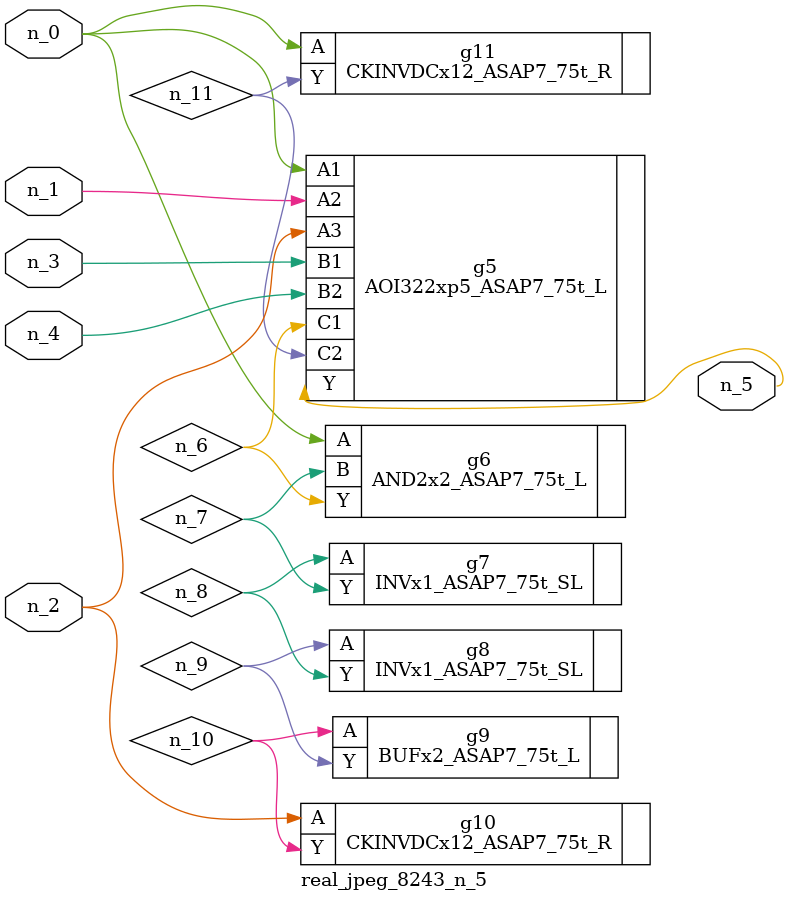
<source format=v>
module real_jpeg_8243_n_5 (n_4, n_0, n_1, n_2, n_3, n_5);

input n_4;
input n_0;
input n_1;
input n_2;
input n_3;

output n_5;

wire n_8;
wire n_11;
wire n_6;
wire n_7;
wire n_10;
wire n_9;

AOI322xp5_ASAP7_75t_L g5 ( 
.A1(n_0),
.A2(n_1),
.A3(n_2),
.B1(n_3),
.B2(n_4),
.C1(n_6),
.C2(n_11),
.Y(n_5)
);

AND2x2_ASAP7_75t_L g6 ( 
.A(n_0),
.B(n_7),
.Y(n_6)
);

CKINVDCx12_ASAP7_75t_R g11 ( 
.A(n_0),
.Y(n_11)
);

CKINVDCx12_ASAP7_75t_R g10 ( 
.A(n_2),
.Y(n_10)
);

INVx1_ASAP7_75t_SL g7 ( 
.A(n_8),
.Y(n_7)
);

INVx1_ASAP7_75t_SL g8 ( 
.A(n_9),
.Y(n_8)
);

BUFx2_ASAP7_75t_L g9 ( 
.A(n_10),
.Y(n_9)
);


endmodule
</source>
